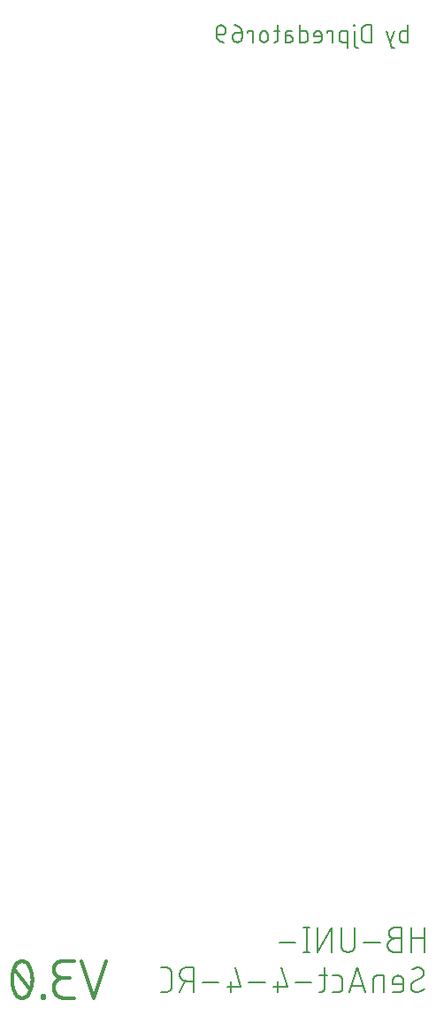
<source format=gbr>
G04 EAGLE Gerber RS-274X export*
G75*
%MOMM*%
%FSLAX34Y34*%
%LPD*%
%INSilkscreen Bottom*%
%IPPOS*%
%AMOC8*
5,1,8,0,0,1.08239X$1,22.5*%
G01*
%ADD10C,0.152400*%
%ADD11C,0.203200*%
%ADD12C,0.304800*%


D10*
X481838Y950468D02*
X481838Y934212D01*
X477322Y934212D01*
X477218Y934214D01*
X477115Y934220D01*
X477011Y934230D01*
X476908Y934244D01*
X476806Y934262D01*
X476705Y934283D01*
X476604Y934309D01*
X476505Y934338D01*
X476406Y934371D01*
X476309Y934408D01*
X476214Y934449D01*
X476120Y934493D01*
X476028Y934541D01*
X475938Y934592D01*
X475849Y934647D01*
X475763Y934705D01*
X475680Y934767D01*
X475598Y934831D01*
X475520Y934899D01*
X475444Y934969D01*
X475370Y935042D01*
X475300Y935119D01*
X475232Y935197D01*
X475168Y935279D01*
X475106Y935362D01*
X475048Y935448D01*
X474993Y935537D01*
X474942Y935627D01*
X474894Y935719D01*
X474850Y935813D01*
X474809Y935908D01*
X474772Y936005D01*
X474739Y936104D01*
X474710Y936203D01*
X474684Y936304D01*
X474663Y936405D01*
X474645Y936507D01*
X474631Y936610D01*
X474621Y936714D01*
X474615Y936817D01*
X474613Y936921D01*
X474613Y942340D01*
X474615Y942441D01*
X474621Y942542D01*
X474630Y942643D01*
X474643Y942744D01*
X474660Y942844D01*
X474681Y942943D01*
X474705Y943041D01*
X474733Y943138D01*
X474765Y943235D01*
X474800Y943330D01*
X474839Y943423D01*
X474881Y943515D01*
X474927Y943606D01*
X474976Y943695D01*
X475028Y943781D01*
X475084Y943866D01*
X475142Y943949D01*
X475204Y944029D01*
X475269Y944107D01*
X475336Y944183D01*
X475406Y944256D01*
X475479Y944326D01*
X475555Y944393D01*
X475633Y944458D01*
X475713Y944520D01*
X475796Y944578D01*
X475881Y944634D01*
X475968Y944686D01*
X476056Y944735D01*
X476147Y944781D01*
X476239Y944823D01*
X476332Y944862D01*
X476427Y944897D01*
X476524Y944929D01*
X476621Y944957D01*
X476719Y944981D01*
X476818Y945002D01*
X476918Y945019D01*
X477019Y945032D01*
X477120Y945041D01*
X477221Y945047D01*
X477322Y945049D01*
X481838Y945049D01*
X468885Y928793D02*
X467079Y928793D01*
X461660Y945049D01*
X468885Y945049D02*
X465273Y934212D01*
X446863Y934212D02*
X446863Y950468D01*
X442347Y950468D01*
X442216Y950466D01*
X442084Y950460D01*
X441953Y950451D01*
X441823Y950437D01*
X441692Y950420D01*
X441563Y950399D01*
X441434Y950375D01*
X441306Y950346D01*
X441178Y950314D01*
X441052Y950278D01*
X440927Y950239D01*
X440802Y950196D01*
X440680Y950149D01*
X440558Y950099D01*
X440438Y950045D01*
X440320Y949988D01*
X440204Y949927D01*
X440089Y949863D01*
X439976Y949796D01*
X439865Y949725D01*
X439757Y949651D01*
X439650Y949574D01*
X439546Y949494D01*
X439444Y949411D01*
X439345Y949326D01*
X439248Y949237D01*
X439154Y949145D01*
X439062Y949051D01*
X438973Y948954D01*
X438888Y948855D01*
X438805Y948753D01*
X438725Y948649D01*
X438648Y948542D01*
X438574Y948434D01*
X438503Y948323D01*
X438436Y948210D01*
X438372Y948095D01*
X438311Y947979D01*
X438254Y947861D01*
X438200Y947741D01*
X438150Y947619D01*
X438103Y947497D01*
X438060Y947372D01*
X438021Y947247D01*
X437985Y947121D01*
X437953Y946993D01*
X437924Y946865D01*
X437900Y946736D01*
X437879Y946607D01*
X437862Y946476D01*
X437848Y946346D01*
X437839Y946215D01*
X437833Y946083D01*
X437831Y945952D01*
X437832Y945952D02*
X437832Y938728D01*
X437831Y938728D02*
X437833Y938597D01*
X437839Y938465D01*
X437848Y938334D01*
X437862Y938204D01*
X437879Y938073D01*
X437900Y937944D01*
X437924Y937815D01*
X437953Y937687D01*
X437985Y937559D01*
X438021Y937433D01*
X438060Y937308D01*
X438103Y937183D01*
X438150Y937061D01*
X438200Y936939D01*
X438254Y936819D01*
X438311Y936701D01*
X438372Y936585D01*
X438436Y936470D01*
X438503Y936357D01*
X438574Y936246D01*
X438648Y936138D01*
X438725Y936031D01*
X438805Y935927D01*
X438888Y935825D01*
X438973Y935726D01*
X439062Y935629D01*
X439154Y935535D01*
X439248Y935443D01*
X439345Y935354D01*
X439444Y935269D01*
X439546Y935186D01*
X439650Y935106D01*
X439757Y935029D01*
X439865Y934955D01*
X439976Y934884D01*
X440089Y934817D01*
X440204Y934753D01*
X440320Y934692D01*
X440438Y934635D01*
X440558Y934581D01*
X440680Y934531D01*
X440802Y934484D01*
X440927Y934441D01*
X441052Y934402D01*
X441178Y934366D01*
X441306Y934334D01*
X441434Y934305D01*
X441563Y934281D01*
X441692Y934260D01*
X441823Y934243D01*
X441953Y934229D01*
X442084Y934220D01*
X442216Y934214D01*
X442347Y934212D01*
X446863Y934212D01*
X431127Y931503D02*
X431127Y945049D01*
X431128Y931503D02*
X431130Y931402D01*
X431136Y931301D01*
X431145Y931200D01*
X431158Y931099D01*
X431175Y930999D01*
X431196Y930900D01*
X431220Y930802D01*
X431248Y930705D01*
X431280Y930608D01*
X431315Y930513D01*
X431354Y930420D01*
X431396Y930328D01*
X431442Y930237D01*
X431491Y930149D01*
X431543Y930062D01*
X431599Y929977D01*
X431657Y929894D01*
X431719Y929814D01*
X431784Y929736D01*
X431851Y929660D01*
X431921Y929587D01*
X431994Y929517D01*
X432070Y929450D01*
X432148Y929385D01*
X432228Y929323D01*
X432311Y929265D01*
X432396Y929209D01*
X432483Y929157D01*
X432571Y929108D01*
X432662Y929062D01*
X432754Y929020D01*
X432847Y928981D01*
X432942Y928946D01*
X433039Y928914D01*
X433136Y928886D01*
X433234Y928862D01*
X433333Y928841D01*
X433433Y928824D01*
X433534Y928811D01*
X433635Y928802D01*
X433736Y928796D01*
X433837Y928794D01*
X433837Y928793D02*
X434740Y928793D01*
X431579Y949565D02*
X431579Y950468D01*
X430676Y950468D01*
X430676Y949565D01*
X431579Y949565D01*
X424003Y945049D02*
X424003Y928793D01*
X424003Y945049D02*
X419487Y945049D01*
X419383Y945047D01*
X419280Y945041D01*
X419176Y945031D01*
X419073Y945017D01*
X418971Y944999D01*
X418870Y944978D01*
X418769Y944952D01*
X418670Y944923D01*
X418571Y944890D01*
X418474Y944853D01*
X418379Y944812D01*
X418285Y944768D01*
X418193Y944720D01*
X418103Y944669D01*
X418014Y944614D01*
X417928Y944556D01*
X417845Y944494D01*
X417763Y944430D01*
X417685Y944362D01*
X417609Y944292D01*
X417535Y944219D01*
X417465Y944142D01*
X417397Y944064D01*
X417333Y943982D01*
X417271Y943899D01*
X417213Y943813D01*
X417158Y943724D01*
X417107Y943634D01*
X417059Y943542D01*
X417015Y943448D01*
X416974Y943353D01*
X416937Y943256D01*
X416904Y943157D01*
X416875Y943058D01*
X416849Y942957D01*
X416828Y942856D01*
X416810Y942754D01*
X416796Y942651D01*
X416786Y942547D01*
X416780Y942444D01*
X416778Y942340D01*
X416778Y936921D01*
X416780Y936820D01*
X416786Y936719D01*
X416795Y936618D01*
X416808Y936517D01*
X416825Y936417D01*
X416846Y936318D01*
X416870Y936220D01*
X416898Y936123D01*
X416930Y936026D01*
X416965Y935931D01*
X417004Y935838D01*
X417046Y935746D01*
X417092Y935655D01*
X417141Y935566D01*
X417193Y935480D01*
X417249Y935395D01*
X417307Y935312D01*
X417369Y935232D01*
X417434Y935154D01*
X417501Y935078D01*
X417571Y935005D01*
X417644Y934935D01*
X417720Y934868D01*
X417798Y934803D01*
X417878Y934741D01*
X417961Y934683D01*
X418046Y934627D01*
X418133Y934575D01*
X418221Y934526D01*
X418312Y934480D01*
X418404Y934438D01*
X418497Y934399D01*
X418592Y934364D01*
X418689Y934332D01*
X418786Y934304D01*
X418884Y934280D01*
X418983Y934259D01*
X419083Y934242D01*
X419184Y934229D01*
X419285Y934220D01*
X419386Y934214D01*
X419487Y934212D01*
X424003Y934212D01*
X409923Y934212D02*
X409923Y945049D01*
X404504Y945049D01*
X404504Y943243D01*
X396878Y934212D02*
X392362Y934212D01*
X396878Y934212D02*
X396979Y934214D01*
X397080Y934220D01*
X397181Y934229D01*
X397282Y934242D01*
X397382Y934259D01*
X397481Y934280D01*
X397579Y934304D01*
X397676Y934332D01*
X397773Y934364D01*
X397868Y934399D01*
X397961Y934438D01*
X398053Y934480D01*
X398144Y934526D01*
X398233Y934575D01*
X398319Y934627D01*
X398404Y934683D01*
X398487Y934741D01*
X398567Y934803D01*
X398645Y934868D01*
X398721Y934935D01*
X398794Y935005D01*
X398864Y935078D01*
X398931Y935154D01*
X398996Y935232D01*
X399058Y935312D01*
X399116Y935395D01*
X399172Y935480D01*
X399224Y935567D01*
X399273Y935655D01*
X399319Y935746D01*
X399361Y935838D01*
X399400Y935931D01*
X399435Y936026D01*
X399467Y936123D01*
X399495Y936220D01*
X399519Y936318D01*
X399540Y936417D01*
X399557Y936517D01*
X399570Y936618D01*
X399579Y936719D01*
X399585Y936820D01*
X399587Y936921D01*
X399587Y941437D01*
X399586Y941437D02*
X399584Y941556D01*
X399578Y941676D01*
X399568Y941795D01*
X399554Y941913D01*
X399537Y942032D01*
X399515Y942149D01*
X399490Y942266D01*
X399460Y942381D01*
X399427Y942496D01*
X399390Y942610D01*
X399350Y942722D01*
X399305Y942833D01*
X399257Y942942D01*
X399206Y943050D01*
X399151Y943156D01*
X399092Y943260D01*
X399030Y943362D01*
X398965Y943462D01*
X398896Y943560D01*
X398824Y943656D01*
X398749Y943749D01*
X398672Y943839D01*
X398591Y943927D01*
X398507Y944012D01*
X398420Y944094D01*
X398331Y944174D01*
X398239Y944250D01*
X398145Y944324D01*
X398048Y944394D01*
X397950Y944461D01*
X397849Y944525D01*
X397745Y944585D01*
X397640Y944642D01*
X397533Y944695D01*
X397425Y944745D01*
X397315Y944791D01*
X397203Y944833D01*
X397090Y944872D01*
X396976Y944907D01*
X396861Y944938D01*
X396744Y944966D01*
X396627Y944989D01*
X396510Y945009D01*
X396391Y945025D01*
X396272Y945037D01*
X396153Y945045D01*
X396034Y945049D01*
X395914Y945049D01*
X395795Y945045D01*
X395676Y945037D01*
X395557Y945025D01*
X395438Y945009D01*
X395321Y944989D01*
X395204Y944966D01*
X395087Y944938D01*
X394972Y944907D01*
X394858Y944872D01*
X394745Y944833D01*
X394633Y944791D01*
X394523Y944745D01*
X394415Y944695D01*
X394308Y944642D01*
X394203Y944585D01*
X394099Y944525D01*
X393998Y944461D01*
X393900Y944394D01*
X393803Y944324D01*
X393709Y944250D01*
X393617Y944174D01*
X393528Y944094D01*
X393441Y944012D01*
X393357Y943927D01*
X393276Y943839D01*
X393199Y943749D01*
X393124Y943656D01*
X393052Y943560D01*
X392983Y943462D01*
X392918Y943362D01*
X392856Y943260D01*
X392797Y943156D01*
X392742Y943050D01*
X392691Y942942D01*
X392643Y942833D01*
X392598Y942722D01*
X392558Y942610D01*
X392521Y942496D01*
X392488Y942381D01*
X392458Y942266D01*
X392433Y942149D01*
X392411Y942032D01*
X392394Y941913D01*
X392380Y941795D01*
X392370Y941676D01*
X392364Y941556D01*
X392362Y941437D01*
X392362Y939631D01*
X399587Y939631D01*
X378888Y934212D02*
X378888Y950468D01*
X378888Y934212D02*
X383404Y934212D01*
X383505Y934214D01*
X383606Y934220D01*
X383707Y934229D01*
X383808Y934242D01*
X383908Y934259D01*
X384007Y934280D01*
X384105Y934304D01*
X384202Y934332D01*
X384299Y934364D01*
X384394Y934399D01*
X384487Y934438D01*
X384579Y934480D01*
X384670Y934526D01*
X384759Y934575D01*
X384845Y934627D01*
X384930Y934683D01*
X385013Y934741D01*
X385093Y934803D01*
X385171Y934868D01*
X385247Y934935D01*
X385320Y935005D01*
X385390Y935078D01*
X385457Y935154D01*
X385522Y935232D01*
X385584Y935312D01*
X385642Y935395D01*
X385698Y935480D01*
X385750Y935567D01*
X385799Y935655D01*
X385845Y935746D01*
X385887Y935838D01*
X385926Y935931D01*
X385961Y936026D01*
X385993Y936123D01*
X386021Y936220D01*
X386045Y936318D01*
X386066Y936417D01*
X386083Y936517D01*
X386096Y936618D01*
X386105Y936719D01*
X386111Y936820D01*
X386113Y936921D01*
X386113Y942340D01*
X386111Y942441D01*
X386105Y942542D01*
X386096Y942643D01*
X386083Y942744D01*
X386066Y942844D01*
X386045Y942943D01*
X386021Y943041D01*
X385993Y943138D01*
X385961Y943235D01*
X385926Y943330D01*
X385887Y943423D01*
X385845Y943515D01*
X385799Y943606D01*
X385750Y943695D01*
X385698Y943781D01*
X385642Y943866D01*
X385584Y943949D01*
X385522Y944029D01*
X385457Y944107D01*
X385390Y944183D01*
X385320Y944256D01*
X385247Y944326D01*
X385171Y944393D01*
X385093Y944458D01*
X385013Y944520D01*
X384930Y944578D01*
X384845Y944634D01*
X384759Y944686D01*
X384670Y944735D01*
X384579Y944781D01*
X384487Y944823D01*
X384394Y944862D01*
X384299Y944897D01*
X384202Y944929D01*
X384105Y944957D01*
X384007Y944981D01*
X383908Y945002D01*
X383808Y945019D01*
X383707Y945032D01*
X383606Y945041D01*
X383505Y945047D01*
X383404Y945049D01*
X378888Y945049D01*
X368884Y940534D02*
X364820Y940534D01*
X368884Y940534D02*
X368996Y940532D01*
X369107Y940526D01*
X369218Y940516D01*
X369329Y940503D01*
X369439Y940485D01*
X369548Y940463D01*
X369657Y940438D01*
X369765Y940409D01*
X369871Y940376D01*
X369977Y940339D01*
X370081Y940299D01*
X370183Y940255D01*
X370284Y940207D01*
X370383Y940156D01*
X370481Y940101D01*
X370576Y940043D01*
X370669Y939982D01*
X370760Y939917D01*
X370849Y939849D01*
X370935Y939778D01*
X371018Y939705D01*
X371099Y939628D01*
X371178Y939548D01*
X371253Y939466D01*
X371325Y939381D01*
X371395Y939294D01*
X371461Y939204D01*
X371524Y939112D01*
X371584Y939017D01*
X371640Y938921D01*
X371693Y938823D01*
X371742Y938723D01*
X371788Y938621D01*
X371830Y938518D01*
X371869Y938413D01*
X371904Y938307D01*
X371935Y938200D01*
X371962Y938092D01*
X371986Y937983D01*
X372005Y937873D01*
X372021Y937763D01*
X372033Y937652D01*
X372041Y937540D01*
X372045Y937429D01*
X372045Y937317D01*
X372041Y937206D01*
X372033Y937094D01*
X372021Y936983D01*
X372005Y936873D01*
X371986Y936763D01*
X371962Y936654D01*
X371935Y936546D01*
X371904Y936439D01*
X371869Y936333D01*
X371830Y936228D01*
X371788Y936125D01*
X371742Y936023D01*
X371693Y935923D01*
X371640Y935825D01*
X371584Y935729D01*
X371524Y935634D01*
X371461Y935542D01*
X371395Y935452D01*
X371325Y935365D01*
X371253Y935280D01*
X371178Y935198D01*
X371099Y935118D01*
X371018Y935041D01*
X370935Y934968D01*
X370849Y934897D01*
X370760Y934829D01*
X370669Y934764D01*
X370576Y934703D01*
X370481Y934645D01*
X370383Y934590D01*
X370284Y934539D01*
X370183Y934491D01*
X370081Y934447D01*
X369977Y934407D01*
X369871Y934370D01*
X369765Y934337D01*
X369657Y934308D01*
X369548Y934283D01*
X369439Y934261D01*
X369329Y934243D01*
X369218Y934230D01*
X369107Y934220D01*
X368996Y934214D01*
X368884Y934212D01*
X364820Y934212D01*
X364820Y942340D01*
X364822Y942441D01*
X364828Y942542D01*
X364837Y942643D01*
X364850Y942744D01*
X364867Y942844D01*
X364888Y942943D01*
X364912Y943041D01*
X364940Y943138D01*
X364972Y943235D01*
X365007Y943330D01*
X365046Y943423D01*
X365088Y943515D01*
X365134Y943606D01*
X365183Y943695D01*
X365235Y943781D01*
X365291Y943866D01*
X365349Y943949D01*
X365411Y944029D01*
X365476Y944107D01*
X365543Y944183D01*
X365613Y944256D01*
X365686Y944326D01*
X365762Y944393D01*
X365840Y944458D01*
X365920Y944520D01*
X366003Y944578D01*
X366088Y944634D01*
X366175Y944686D01*
X366263Y944735D01*
X366354Y944781D01*
X366446Y944823D01*
X366539Y944862D01*
X366634Y944897D01*
X366731Y944929D01*
X366828Y944957D01*
X366926Y944981D01*
X367025Y945002D01*
X367125Y945019D01*
X367226Y945032D01*
X367327Y945041D01*
X367428Y945047D01*
X367529Y945049D01*
X371142Y945049D01*
X359201Y945049D02*
X353782Y945049D01*
X357395Y950468D02*
X357395Y936921D01*
X357394Y936921D02*
X357392Y936820D01*
X357386Y936719D01*
X357377Y936618D01*
X357364Y936517D01*
X357347Y936417D01*
X357326Y936318D01*
X357302Y936220D01*
X357274Y936123D01*
X357242Y936026D01*
X357207Y935931D01*
X357168Y935838D01*
X357126Y935746D01*
X357080Y935655D01*
X357031Y935567D01*
X356979Y935480D01*
X356923Y935395D01*
X356865Y935312D01*
X356803Y935232D01*
X356738Y935154D01*
X356671Y935078D01*
X356601Y935005D01*
X356528Y934935D01*
X356452Y934868D01*
X356374Y934803D01*
X356294Y934741D01*
X356211Y934683D01*
X356126Y934627D01*
X356040Y934575D01*
X355951Y934526D01*
X355860Y934480D01*
X355768Y934438D01*
X355675Y934399D01*
X355580Y934364D01*
X355483Y934332D01*
X355386Y934304D01*
X355288Y934280D01*
X355189Y934259D01*
X355089Y934242D01*
X354988Y934229D01*
X354887Y934220D01*
X354786Y934214D01*
X354685Y934212D01*
X353782Y934212D01*
X348004Y937824D02*
X348004Y941437D01*
X348003Y941437D02*
X348001Y941556D01*
X347995Y941676D01*
X347985Y941795D01*
X347971Y941913D01*
X347954Y942032D01*
X347932Y942149D01*
X347907Y942266D01*
X347877Y942381D01*
X347844Y942496D01*
X347807Y942610D01*
X347767Y942722D01*
X347722Y942833D01*
X347674Y942942D01*
X347623Y943050D01*
X347568Y943156D01*
X347509Y943260D01*
X347447Y943362D01*
X347382Y943462D01*
X347313Y943560D01*
X347241Y943656D01*
X347166Y943749D01*
X347089Y943839D01*
X347008Y943927D01*
X346924Y944012D01*
X346837Y944094D01*
X346748Y944174D01*
X346656Y944250D01*
X346562Y944324D01*
X346465Y944394D01*
X346367Y944461D01*
X346266Y944525D01*
X346162Y944585D01*
X346057Y944642D01*
X345950Y944695D01*
X345842Y944745D01*
X345732Y944791D01*
X345620Y944833D01*
X345507Y944872D01*
X345393Y944907D01*
X345278Y944938D01*
X345161Y944966D01*
X345044Y944989D01*
X344927Y945009D01*
X344808Y945025D01*
X344689Y945037D01*
X344570Y945045D01*
X344451Y945049D01*
X344331Y945049D01*
X344212Y945045D01*
X344093Y945037D01*
X343974Y945025D01*
X343855Y945009D01*
X343738Y944989D01*
X343621Y944966D01*
X343504Y944938D01*
X343389Y944907D01*
X343275Y944872D01*
X343162Y944833D01*
X343050Y944791D01*
X342940Y944745D01*
X342832Y944695D01*
X342725Y944642D01*
X342620Y944585D01*
X342516Y944525D01*
X342415Y944461D01*
X342317Y944394D01*
X342220Y944324D01*
X342126Y944250D01*
X342034Y944174D01*
X341945Y944094D01*
X341858Y944012D01*
X341774Y943927D01*
X341693Y943839D01*
X341616Y943749D01*
X341541Y943656D01*
X341469Y943560D01*
X341400Y943462D01*
X341335Y943362D01*
X341273Y943260D01*
X341214Y943156D01*
X341159Y943050D01*
X341108Y942942D01*
X341060Y942833D01*
X341015Y942722D01*
X340975Y942610D01*
X340938Y942496D01*
X340905Y942381D01*
X340875Y942266D01*
X340850Y942149D01*
X340828Y942032D01*
X340811Y941913D01*
X340797Y941795D01*
X340787Y941676D01*
X340781Y941556D01*
X340779Y941437D01*
X340779Y937824D01*
X340781Y937705D01*
X340787Y937585D01*
X340797Y937466D01*
X340811Y937348D01*
X340828Y937229D01*
X340850Y937112D01*
X340875Y936995D01*
X340905Y936880D01*
X340938Y936765D01*
X340975Y936651D01*
X341015Y936539D01*
X341060Y936428D01*
X341108Y936319D01*
X341159Y936211D01*
X341214Y936105D01*
X341273Y936001D01*
X341335Y935899D01*
X341400Y935799D01*
X341469Y935701D01*
X341541Y935605D01*
X341616Y935512D01*
X341693Y935422D01*
X341774Y935334D01*
X341858Y935249D01*
X341945Y935167D01*
X342034Y935087D01*
X342126Y935011D01*
X342220Y934937D01*
X342317Y934867D01*
X342415Y934800D01*
X342516Y934736D01*
X342620Y934676D01*
X342725Y934619D01*
X342832Y934566D01*
X342940Y934516D01*
X343050Y934470D01*
X343162Y934428D01*
X343275Y934389D01*
X343389Y934354D01*
X343504Y934323D01*
X343621Y934295D01*
X343738Y934272D01*
X343855Y934252D01*
X343974Y934236D01*
X344093Y934224D01*
X344212Y934216D01*
X344331Y934212D01*
X344451Y934212D01*
X344570Y934216D01*
X344689Y934224D01*
X344808Y934236D01*
X344927Y934252D01*
X345044Y934272D01*
X345161Y934295D01*
X345278Y934323D01*
X345393Y934354D01*
X345507Y934389D01*
X345620Y934428D01*
X345732Y934470D01*
X345842Y934516D01*
X345950Y934566D01*
X346057Y934619D01*
X346162Y934676D01*
X346266Y934736D01*
X346367Y934800D01*
X346465Y934867D01*
X346562Y934937D01*
X346656Y935011D01*
X346748Y935087D01*
X346837Y935167D01*
X346924Y935249D01*
X347008Y935334D01*
X347089Y935422D01*
X347166Y935512D01*
X347241Y935605D01*
X347313Y935701D01*
X347382Y935799D01*
X347447Y935899D01*
X347509Y936001D01*
X347568Y936105D01*
X347623Y936211D01*
X347674Y936319D01*
X347722Y936428D01*
X347767Y936539D01*
X347807Y936651D01*
X347844Y936765D01*
X347877Y936880D01*
X347907Y936995D01*
X347932Y937112D01*
X347954Y937229D01*
X347971Y937348D01*
X347985Y937466D01*
X347995Y937585D01*
X348001Y937705D01*
X348003Y937824D01*
X333851Y934212D02*
X333851Y945049D01*
X328432Y945049D01*
X328432Y943243D01*
X323376Y943243D02*
X317957Y943243D01*
X317839Y943241D01*
X317721Y943235D01*
X317603Y943226D01*
X317486Y943212D01*
X317369Y943195D01*
X317252Y943174D01*
X317137Y943149D01*
X317022Y943120D01*
X316908Y943087D01*
X316796Y943051D01*
X316685Y943011D01*
X316575Y942968D01*
X316466Y942921D01*
X316359Y942871D01*
X316254Y942816D01*
X316151Y942759D01*
X316050Y942698D01*
X315950Y942634D01*
X315853Y942567D01*
X315758Y942497D01*
X315666Y942423D01*
X315575Y942347D01*
X315488Y942267D01*
X315403Y942185D01*
X315321Y942100D01*
X315241Y942013D01*
X315165Y941922D01*
X315091Y941830D01*
X315021Y941735D01*
X314954Y941638D01*
X314890Y941538D01*
X314829Y941437D01*
X314772Y941334D01*
X314717Y941229D01*
X314667Y941122D01*
X314620Y941013D01*
X314577Y940903D01*
X314537Y940792D01*
X314501Y940680D01*
X314468Y940566D01*
X314439Y940451D01*
X314414Y940336D01*
X314393Y940219D01*
X314376Y940102D01*
X314362Y939985D01*
X314353Y939867D01*
X314347Y939749D01*
X314345Y939631D01*
X314345Y938728D01*
X314344Y938728D02*
X314346Y938595D01*
X314352Y938463D01*
X314362Y938331D01*
X314375Y938199D01*
X314393Y938067D01*
X314414Y937937D01*
X314439Y937806D01*
X314468Y937677D01*
X314501Y937549D01*
X314537Y937421D01*
X314577Y937295D01*
X314621Y937170D01*
X314669Y937046D01*
X314720Y936924D01*
X314775Y936803D01*
X314833Y936684D01*
X314895Y936566D01*
X314960Y936451D01*
X315029Y936337D01*
X315100Y936226D01*
X315176Y936117D01*
X315254Y936010D01*
X315335Y935905D01*
X315420Y935803D01*
X315507Y935703D01*
X315597Y935606D01*
X315690Y935511D01*
X315786Y935420D01*
X315884Y935331D01*
X315985Y935245D01*
X316089Y935162D01*
X316195Y935082D01*
X316303Y935006D01*
X316413Y934932D01*
X316526Y934862D01*
X316640Y934795D01*
X316757Y934732D01*
X316875Y934672D01*
X316995Y934615D01*
X317117Y934562D01*
X317240Y934513D01*
X317364Y934467D01*
X317490Y934425D01*
X317617Y934387D01*
X317745Y934352D01*
X317874Y934321D01*
X318003Y934294D01*
X318134Y934271D01*
X318265Y934251D01*
X318397Y934236D01*
X318529Y934224D01*
X318661Y934216D01*
X318794Y934212D01*
X318926Y934212D01*
X319059Y934216D01*
X319191Y934224D01*
X319323Y934236D01*
X319455Y934251D01*
X319586Y934271D01*
X319717Y934294D01*
X319846Y934321D01*
X319975Y934352D01*
X320103Y934387D01*
X320230Y934425D01*
X320356Y934467D01*
X320480Y934513D01*
X320603Y934562D01*
X320725Y934615D01*
X320845Y934672D01*
X320963Y934732D01*
X321080Y934795D01*
X321194Y934862D01*
X321307Y934932D01*
X321417Y935006D01*
X321525Y935082D01*
X321631Y935162D01*
X321735Y935245D01*
X321836Y935331D01*
X321934Y935420D01*
X322030Y935511D01*
X322123Y935606D01*
X322213Y935703D01*
X322300Y935803D01*
X322385Y935905D01*
X322466Y936010D01*
X322544Y936117D01*
X322620Y936226D01*
X322691Y936337D01*
X322760Y936451D01*
X322825Y936566D01*
X322887Y936684D01*
X322945Y936803D01*
X323000Y936924D01*
X323051Y937046D01*
X323099Y937170D01*
X323143Y937295D01*
X323183Y937421D01*
X323219Y937549D01*
X323252Y937677D01*
X323281Y937806D01*
X323306Y937937D01*
X323327Y938067D01*
X323345Y938199D01*
X323358Y938331D01*
X323368Y938463D01*
X323374Y938595D01*
X323376Y938728D01*
X323376Y943243D01*
X323374Y943418D01*
X323368Y943592D01*
X323357Y943766D01*
X323342Y943940D01*
X323323Y944114D01*
X323300Y944287D01*
X323273Y944459D01*
X323241Y944631D01*
X323206Y944802D01*
X323166Y944972D01*
X323122Y945141D01*
X323074Y945309D01*
X323022Y945476D01*
X322966Y945641D01*
X322906Y945805D01*
X322843Y945968D01*
X322775Y946128D01*
X322703Y946288D01*
X322628Y946445D01*
X322548Y946601D01*
X322465Y946754D01*
X322379Y946906D01*
X322288Y947055D01*
X322194Y947202D01*
X322097Y947347D01*
X321996Y947490D01*
X321892Y947630D01*
X321784Y947767D01*
X321673Y947902D01*
X321559Y948034D01*
X321442Y948163D01*
X321321Y948290D01*
X321198Y948413D01*
X321071Y948534D01*
X320942Y948651D01*
X320810Y948765D01*
X320675Y948876D01*
X320538Y948984D01*
X320398Y949088D01*
X320255Y949189D01*
X320110Y949286D01*
X319963Y949380D01*
X319814Y949471D01*
X319662Y949557D01*
X319509Y949640D01*
X319353Y949720D01*
X319196Y949795D01*
X319036Y949867D01*
X318876Y949935D01*
X318713Y949998D01*
X318549Y950058D01*
X318384Y950114D01*
X318217Y950166D01*
X318049Y950214D01*
X317880Y950258D01*
X317710Y950298D01*
X317539Y950333D01*
X317367Y950365D01*
X317195Y950392D01*
X317022Y950415D01*
X316848Y950434D01*
X316674Y950449D01*
X316500Y950460D01*
X316326Y950466D01*
X316151Y950468D01*
X304132Y941437D02*
X298714Y941437D01*
X304132Y941437D02*
X304250Y941439D01*
X304368Y941445D01*
X304486Y941454D01*
X304603Y941468D01*
X304720Y941485D01*
X304837Y941506D01*
X304952Y941531D01*
X305067Y941560D01*
X305181Y941593D01*
X305293Y941629D01*
X305404Y941669D01*
X305514Y941712D01*
X305623Y941759D01*
X305730Y941809D01*
X305835Y941864D01*
X305938Y941921D01*
X306039Y941982D01*
X306139Y942046D01*
X306236Y942113D01*
X306331Y942183D01*
X306423Y942257D01*
X306514Y942333D01*
X306601Y942413D01*
X306686Y942495D01*
X306768Y942580D01*
X306848Y942667D01*
X306924Y942758D01*
X306998Y942850D01*
X307068Y942945D01*
X307135Y943042D01*
X307199Y943142D01*
X307260Y943243D01*
X307317Y943346D01*
X307372Y943451D01*
X307422Y943558D01*
X307469Y943667D01*
X307512Y943777D01*
X307552Y943888D01*
X307588Y944000D01*
X307621Y944114D01*
X307650Y944229D01*
X307675Y944344D01*
X307696Y944461D01*
X307713Y944578D01*
X307727Y944695D01*
X307736Y944813D01*
X307742Y944931D01*
X307744Y945049D01*
X307745Y945049D02*
X307745Y945952D01*
X307743Y946085D01*
X307737Y946217D01*
X307727Y946349D01*
X307714Y946481D01*
X307696Y946613D01*
X307675Y946743D01*
X307650Y946874D01*
X307621Y947003D01*
X307588Y947131D01*
X307552Y947259D01*
X307512Y947385D01*
X307468Y947510D01*
X307420Y947634D01*
X307369Y947756D01*
X307314Y947877D01*
X307256Y947996D01*
X307194Y948114D01*
X307129Y948229D01*
X307060Y948343D01*
X306989Y948454D01*
X306913Y948563D01*
X306835Y948670D01*
X306754Y948775D01*
X306669Y948877D01*
X306582Y948977D01*
X306492Y949074D01*
X306399Y949169D01*
X306303Y949260D01*
X306205Y949349D01*
X306104Y949435D01*
X306000Y949518D01*
X305894Y949598D01*
X305786Y949674D01*
X305676Y949748D01*
X305563Y949818D01*
X305449Y949885D01*
X305332Y949948D01*
X305214Y950008D01*
X305094Y950065D01*
X304972Y950118D01*
X304849Y950167D01*
X304725Y950213D01*
X304599Y950255D01*
X304472Y950293D01*
X304344Y950328D01*
X304215Y950359D01*
X304086Y950386D01*
X303955Y950409D01*
X303824Y950429D01*
X303692Y950444D01*
X303560Y950456D01*
X303428Y950464D01*
X303295Y950468D01*
X303163Y950468D01*
X303030Y950464D01*
X302898Y950456D01*
X302766Y950444D01*
X302634Y950429D01*
X302503Y950409D01*
X302372Y950386D01*
X302243Y950359D01*
X302114Y950328D01*
X301986Y950293D01*
X301859Y950255D01*
X301733Y950213D01*
X301609Y950167D01*
X301486Y950118D01*
X301364Y950065D01*
X301244Y950008D01*
X301126Y949948D01*
X301009Y949885D01*
X300895Y949818D01*
X300782Y949748D01*
X300672Y949674D01*
X300564Y949598D01*
X300458Y949518D01*
X300354Y949435D01*
X300253Y949349D01*
X300155Y949260D01*
X300059Y949169D01*
X299966Y949074D01*
X299876Y948977D01*
X299789Y948877D01*
X299704Y948775D01*
X299623Y948670D01*
X299545Y948563D01*
X299469Y948454D01*
X299398Y948343D01*
X299329Y948229D01*
X299264Y948114D01*
X299202Y947996D01*
X299144Y947877D01*
X299089Y947756D01*
X299038Y947634D01*
X298990Y947510D01*
X298946Y947385D01*
X298906Y947259D01*
X298870Y947131D01*
X298837Y947003D01*
X298808Y946874D01*
X298783Y946743D01*
X298762Y946613D01*
X298744Y946481D01*
X298731Y946349D01*
X298721Y946217D01*
X298715Y946085D01*
X298713Y945952D01*
X298714Y945952D02*
X298714Y941437D01*
X298716Y941262D01*
X298722Y941088D01*
X298733Y940914D01*
X298748Y940740D01*
X298767Y940566D01*
X298790Y940393D01*
X298817Y940221D01*
X298849Y940049D01*
X298884Y939878D01*
X298924Y939708D01*
X298968Y939539D01*
X299016Y939371D01*
X299068Y939204D01*
X299124Y939039D01*
X299184Y938875D01*
X299247Y938712D01*
X299315Y938552D01*
X299387Y938392D01*
X299462Y938235D01*
X299542Y938079D01*
X299625Y937926D01*
X299711Y937774D01*
X299802Y937625D01*
X299896Y937478D01*
X299993Y937333D01*
X300094Y937190D01*
X300198Y937050D01*
X300306Y936913D01*
X300417Y936778D01*
X300531Y936646D01*
X300648Y936517D01*
X300769Y936390D01*
X300892Y936267D01*
X301019Y936146D01*
X301148Y936029D01*
X301280Y935915D01*
X301415Y935804D01*
X301552Y935696D01*
X301692Y935592D01*
X301835Y935491D01*
X301980Y935394D01*
X302127Y935300D01*
X302276Y935209D01*
X302428Y935123D01*
X302581Y935040D01*
X302737Y934960D01*
X302894Y934885D01*
X303054Y934813D01*
X303214Y934745D01*
X303377Y934682D01*
X303541Y934622D01*
X303706Y934566D01*
X303873Y934514D01*
X304041Y934466D01*
X304210Y934422D01*
X304380Y934382D01*
X304551Y934347D01*
X304723Y934315D01*
X304895Y934288D01*
X305068Y934265D01*
X305242Y934246D01*
X305416Y934231D01*
X305590Y934220D01*
X305764Y934214D01*
X305939Y934212D01*
D11*
X498047Y87884D02*
X498047Y64516D01*
X498047Y77498D02*
X485065Y77498D01*
X485065Y87884D02*
X485065Y64516D01*
X475629Y77498D02*
X469137Y77498D01*
X468978Y77496D01*
X468819Y77490D01*
X468659Y77480D01*
X468501Y77467D01*
X468342Y77449D01*
X468185Y77428D01*
X468027Y77402D01*
X467871Y77373D01*
X467715Y77340D01*
X467560Y77303D01*
X467406Y77263D01*
X467253Y77218D01*
X467101Y77170D01*
X466950Y77119D01*
X466801Y77063D01*
X466653Y77004D01*
X466507Y76941D01*
X466362Y76875D01*
X466219Y76805D01*
X466077Y76732D01*
X465938Y76655D01*
X465800Y76575D01*
X465664Y76491D01*
X465531Y76404D01*
X465399Y76314D01*
X465270Y76221D01*
X465144Y76124D01*
X465019Y76025D01*
X464897Y75922D01*
X464778Y75817D01*
X464661Y75708D01*
X464547Y75597D01*
X464436Y75483D01*
X464327Y75366D01*
X464222Y75247D01*
X464119Y75125D01*
X464020Y75000D01*
X463923Y74874D01*
X463830Y74745D01*
X463740Y74613D01*
X463653Y74480D01*
X463569Y74344D01*
X463489Y74206D01*
X463412Y74067D01*
X463339Y73925D01*
X463269Y73782D01*
X463203Y73637D01*
X463140Y73491D01*
X463081Y73343D01*
X463025Y73194D01*
X462974Y73043D01*
X462926Y72891D01*
X462881Y72738D01*
X462841Y72584D01*
X462804Y72429D01*
X462771Y72273D01*
X462742Y72117D01*
X462716Y71959D01*
X462695Y71802D01*
X462677Y71643D01*
X462664Y71485D01*
X462654Y71325D01*
X462648Y71166D01*
X462646Y71007D01*
X462648Y70848D01*
X462654Y70689D01*
X462664Y70529D01*
X462677Y70371D01*
X462695Y70212D01*
X462716Y70055D01*
X462742Y69897D01*
X462771Y69741D01*
X462804Y69585D01*
X462841Y69430D01*
X462881Y69276D01*
X462926Y69123D01*
X462974Y68971D01*
X463025Y68820D01*
X463081Y68671D01*
X463140Y68523D01*
X463203Y68377D01*
X463269Y68232D01*
X463339Y68089D01*
X463412Y67947D01*
X463489Y67808D01*
X463569Y67670D01*
X463653Y67534D01*
X463740Y67401D01*
X463830Y67269D01*
X463923Y67140D01*
X464020Y67014D01*
X464119Y66889D01*
X464222Y66767D01*
X464327Y66648D01*
X464436Y66531D01*
X464547Y66417D01*
X464661Y66306D01*
X464778Y66197D01*
X464897Y66092D01*
X465019Y65989D01*
X465144Y65890D01*
X465270Y65793D01*
X465399Y65700D01*
X465531Y65610D01*
X465664Y65523D01*
X465800Y65439D01*
X465938Y65359D01*
X466077Y65282D01*
X466219Y65209D01*
X466362Y65139D01*
X466507Y65073D01*
X466653Y65010D01*
X466801Y64951D01*
X466950Y64895D01*
X467101Y64844D01*
X467253Y64796D01*
X467406Y64751D01*
X467560Y64711D01*
X467715Y64674D01*
X467871Y64641D01*
X468027Y64612D01*
X468185Y64586D01*
X468342Y64565D01*
X468501Y64547D01*
X468659Y64534D01*
X468819Y64524D01*
X468978Y64518D01*
X469137Y64516D01*
X475629Y64516D01*
X475629Y87884D01*
X469137Y87884D01*
X468994Y87882D01*
X468851Y87876D01*
X468708Y87866D01*
X468566Y87852D01*
X468424Y87835D01*
X468282Y87813D01*
X468141Y87788D01*
X468001Y87758D01*
X467862Y87725D01*
X467724Y87688D01*
X467587Y87647D01*
X467451Y87603D01*
X467316Y87554D01*
X467183Y87502D01*
X467051Y87447D01*
X466921Y87387D01*
X466792Y87324D01*
X466665Y87258D01*
X466541Y87188D01*
X466418Y87115D01*
X466297Y87038D01*
X466178Y86958D01*
X466062Y86875D01*
X465947Y86789D01*
X465836Y86700D01*
X465726Y86607D01*
X465620Y86512D01*
X465516Y86413D01*
X465415Y86312D01*
X465316Y86208D01*
X465221Y86102D01*
X465128Y85992D01*
X465039Y85881D01*
X464953Y85766D01*
X464870Y85650D01*
X464790Y85531D01*
X464713Y85410D01*
X464640Y85288D01*
X464570Y85163D01*
X464504Y85036D01*
X464441Y84907D01*
X464381Y84777D01*
X464326Y84645D01*
X464274Y84512D01*
X464225Y84377D01*
X464181Y84241D01*
X464140Y84104D01*
X464103Y83966D01*
X464070Y83827D01*
X464040Y83687D01*
X464015Y83546D01*
X463993Y83404D01*
X463976Y83262D01*
X463962Y83120D01*
X463952Y82977D01*
X463946Y82834D01*
X463944Y82691D01*
X463946Y82548D01*
X463952Y82405D01*
X463962Y82262D01*
X463976Y82120D01*
X463993Y81978D01*
X464015Y81836D01*
X464040Y81695D01*
X464070Y81555D01*
X464103Y81416D01*
X464140Y81278D01*
X464181Y81141D01*
X464225Y81005D01*
X464274Y80870D01*
X464326Y80737D01*
X464381Y80605D01*
X464441Y80475D01*
X464504Y80346D01*
X464570Y80219D01*
X464640Y80095D01*
X464713Y79972D01*
X464790Y79851D01*
X464870Y79732D01*
X464953Y79616D01*
X465039Y79501D01*
X465128Y79390D01*
X465221Y79280D01*
X465316Y79174D01*
X465415Y79070D01*
X465516Y78969D01*
X465620Y78870D01*
X465726Y78775D01*
X465836Y78682D01*
X465947Y78593D01*
X466062Y78507D01*
X466178Y78424D01*
X466297Y78344D01*
X466418Y78267D01*
X466540Y78194D01*
X466665Y78124D01*
X466792Y78058D01*
X466921Y77995D01*
X467051Y77935D01*
X467183Y77880D01*
X467316Y77828D01*
X467451Y77779D01*
X467587Y77735D01*
X467724Y77694D01*
X467862Y77657D01*
X468001Y77624D01*
X468141Y77594D01*
X468282Y77569D01*
X468424Y77547D01*
X468566Y77530D01*
X468708Y77516D01*
X468851Y77506D01*
X468994Y77500D01*
X469137Y77498D01*
X455500Y73604D02*
X439921Y73604D01*
X431235Y71007D02*
X431235Y87884D01*
X431235Y71007D02*
X431233Y70848D01*
X431227Y70689D01*
X431217Y70529D01*
X431204Y70371D01*
X431186Y70212D01*
X431165Y70055D01*
X431139Y69897D01*
X431110Y69741D01*
X431077Y69585D01*
X431040Y69430D01*
X431000Y69276D01*
X430955Y69123D01*
X430907Y68971D01*
X430856Y68820D01*
X430800Y68671D01*
X430741Y68523D01*
X430678Y68377D01*
X430612Y68232D01*
X430542Y68089D01*
X430469Y67947D01*
X430392Y67808D01*
X430312Y67670D01*
X430228Y67534D01*
X430141Y67401D01*
X430051Y67269D01*
X429958Y67140D01*
X429861Y67014D01*
X429762Y66889D01*
X429659Y66767D01*
X429554Y66648D01*
X429445Y66531D01*
X429334Y66417D01*
X429220Y66306D01*
X429103Y66197D01*
X428984Y66092D01*
X428862Y65989D01*
X428737Y65890D01*
X428611Y65793D01*
X428482Y65700D01*
X428350Y65610D01*
X428217Y65523D01*
X428081Y65439D01*
X427943Y65359D01*
X427804Y65282D01*
X427662Y65209D01*
X427519Y65139D01*
X427374Y65073D01*
X427228Y65010D01*
X427080Y64951D01*
X426931Y64895D01*
X426780Y64844D01*
X426628Y64796D01*
X426475Y64751D01*
X426321Y64711D01*
X426166Y64674D01*
X426010Y64641D01*
X425854Y64612D01*
X425696Y64586D01*
X425539Y64565D01*
X425380Y64547D01*
X425222Y64534D01*
X425062Y64524D01*
X424903Y64518D01*
X424744Y64516D01*
X424585Y64518D01*
X424426Y64524D01*
X424266Y64534D01*
X424108Y64547D01*
X423949Y64565D01*
X423792Y64586D01*
X423634Y64612D01*
X423478Y64641D01*
X423322Y64674D01*
X423167Y64711D01*
X423013Y64751D01*
X422860Y64796D01*
X422708Y64844D01*
X422557Y64895D01*
X422408Y64951D01*
X422260Y65010D01*
X422114Y65073D01*
X421969Y65139D01*
X421826Y65209D01*
X421684Y65282D01*
X421545Y65359D01*
X421407Y65439D01*
X421271Y65523D01*
X421138Y65610D01*
X421006Y65700D01*
X420877Y65793D01*
X420751Y65890D01*
X420626Y65989D01*
X420504Y66092D01*
X420385Y66197D01*
X420268Y66306D01*
X420154Y66417D01*
X420043Y66531D01*
X419934Y66648D01*
X419829Y66767D01*
X419726Y66889D01*
X419627Y67014D01*
X419530Y67140D01*
X419437Y67269D01*
X419347Y67401D01*
X419260Y67534D01*
X419176Y67670D01*
X419096Y67808D01*
X419019Y67947D01*
X418946Y68089D01*
X418876Y68232D01*
X418810Y68377D01*
X418747Y68523D01*
X418688Y68671D01*
X418632Y68820D01*
X418581Y68971D01*
X418533Y69123D01*
X418488Y69276D01*
X418448Y69430D01*
X418411Y69585D01*
X418378Y69741D01*
X418349Y69897D01*
X418323Y70055D01*
X418302Y70212D01*
X418284Y70371D01*
X418271Y70529D01*
X418261Y70689D01*
X418255Y70848D01*
X418253Y71007D01*
X418253Y87884D01*
X408964Y87884D02*
X408964Y64516D01*
X395982Y64516D02*
X408964Y87884D01*
X395982Y87884D02*
X395982Y64516D01*
X385074Y64516D02*
X385074Y87884D01*
X387670Y64516D02*
X382478Y64516D01*
X382478Y87884D02*
X387670Y87884D01*
X374768Y73604D02*
X359190Y73604D01*
X485064Y31609D02*
X485066Y31466D01*
X485072Y31323D01*
X485082Y31180D01*
X485096Y31038D01*
X485113Y30896D01*
X485135Y30754D01*
X485160Y30613D01*
X485190Y30473D01*
X485223Y30334D01*
X485260Y30196D01*
X485301Y30059D01*
X485345Y29923D01*
X485394Y29788D01*
X485446Y29655D01*
X485501Y29523D01*
X485561Y29393D01*
X485624Y29264D01*
X485690Y29137D01*
X485760Y29012D01*
X485833Y28890D01*
X485910Y28769D01*
X485990Y28650D01*
X486073Y28534D01*
X486159Y28419D01*
X486248Y28308D01*
X486341Y28198D01*
X486436Y28092D01*
X486535Y27988D01*
X486636Y27887D01*
X486740Y27788D01*
X486846Y27693D01*
X486956Y27600D01*
X487067Y27511D01*
X487182Y27425D01*
X487298Y27341D01*
X487417Y27262D01*
X487538Y27185D01*
X487661Y27112D01*
X487785Y27042D01*
X487912Y26976D01*
X488041Y26913D01*
X488171Y26853D01*
X488303Y26798D01*
X488436Y26746D01*
X488571Y26697D01*
X488707Y26653D01*
X488844Y26612D01*
X488982Y26575D01*
X489121Y26542D01*
X489261Y26512D01*
X489402Y26487D01*
X489544Y26465D01*
X489686Y26448D01*
X489828Y26434D01*
X489971Y26424D01*
X490114Y26418D01*
X490257Y26416D01*
X490520Y26419D01*
X490782Y26429D01*
X491044Y26444D01*
X491305Y26466D01*
X491566Y26494D01*
X491826Y26529D01*
X492086Y26570D01*
X492344Y26616D01*
X492601Y26669D01*
X492857Y26729D01*
X493111Y26794D01*
X493364Y26865D01*
X493614Y26942D01*
X493863Y27026D01*
X494110Y27115D01*
X494355Y27210D01*
X494597Y27311D01*
X494837Y27418D01*
X495074Y27530D01*
X495308Y27648D01*
X495540Y27772D01*
X495768Y27901D01*
X495994Y28036D01*
X496216Y28176D01*
X496434Y28321D01*
X496650Y28471D01*
X496861Y28627D01*
X497069Y28787D01*
X497272Y28953D01*
X497472Y29123D01*
X497668Y29298D01*
X497859Y29477D01*
X498046Y29661D01*
X497398Y44591D02*
X497396Y44734D01*
X497390Y44877D01*
X497380Y45020D01*
X497366Y45162D01*
X497349Y45304D01*
X497327Y45446D01*
X497302Y45587D01*
X497272Y45727D01*
X497239Y45866D01*
X497202Y46004D01*
X497161Y46141D01*
X497117Y46277D01*
X497068Y46412D01*
X497016Y46545D01*
X496961Y46677D01*
X496901Y46807D01*
X496838Y46936D01*
X496772Y47063D01*
X496702Y47188D01*
X496629Y47310D01*
X496552Y47431D01*
X496472Y47550D01*
X496389Y47666D01*
X496303Y47781D01*
X496214Y47892D01*
X496121Y48002D01*
X496026Y48108D01*
X495927Y48212D01*
X495826Y48313D01*
X495722Y48412D01*
X495616Y48507D01*
X495506Y48600D01*
X495395Y48689D01*
X495280Y48775D01*
X495164Y48858D01*
X495045Y48938D01*
X494924Y49015D01*
X494802Y49088D01*
X494677Y49158D01*
X494550Y49224D01*
X494421Y49287D01*
X494291Y49347D01*
X494159Y49402D01*
X494026Y49454D01*
X493891Y49503D01*
X493755Y49547D01*
X493618Y49588D01*
X493480Y49625D01*
X493341Y49658D01*
X493201Y49688D01*
X493060Y49713D01*
X492918Y49735D01*
X492776Y49752D01*
X492634Y49766D01*
X492491Y49776D01*
X492348Y49782D01*
X492205Y49784D01*
X491973Y49781D01*
X491741Y49773D01*
X491509Y49759D01*
X491278Y49740D01*
X491047Y49715D01*
X490817Y49685D01*
X490588Y49649D01*
X490360Y49608D01*
X490132Y49561D01*
X489906Y49509D01*
X489681Y49451D01*
X489458Y49388D01*
X489236Y49320D01*
X489016Y49247D01*
X488798Y49168D01*
X488581Y49085D01*
X488367Y48996D01*
X488155Y48902D01*
X487945Y48803D01*
X487737Y48699D01*
X487533Y48590D01*
X487330Y48476D01*
X487131Y48357D01*
X486934Y48234D01*
X486741Y48106D01*
X486550Y47974D01*
X486363Y47837D01*
X494802Y40047D02*
X494925Y40122D01*
X495046Y40200D01*
X495165Y40282D01*
X495281Y40366D01*
X495395Y40454D01*
X495507Y40545D01*
X495617Y40639D01*
X495723Y40736D01*
X495827Y40836D01*
X495928Y40938D01*
X496027Y41044D01*
X496122Y41152D01*
X496215Y41262D01*
X496304Y41375D01*
X496390Y41491D01*
X496474Y41608D01*
X496553Y41728D01*
X496630Y41850D01*
X496703Y41974D01*
X496773Y42100D01*
X496839Y42228D01*
X496902Y42358D01*
X496961Y42489D01*
X497017Y42622D01*
X497069Y42757D01*
X497117Y42893D01*
X497162Y43030D01*
X497202Y43168D01*
X497239Y43307D01*
X497273Y43447D01*
X497302Y43588D01*
X497327Y43730D01*
X497349Y43873D01*
X497367Y44016D01*
X497380Y44159D01*
X497390Y44303D01*
X497396Y44447D01*
X497398Y44591D01*
X487660Y36153D02*
X487537Y36078D01*
X487416Y36000D01*
X487297Y35918D01*
X487181Y35834D01*
X487067Y35746D01*
X486955Y35655D01*
X486846Y35561D01*
X486739Y35464D01*
X486635Y35364D01*
X486534Y35262D01*
X486435Y35156D01*
X486340Y35048D01*
X486247Y34938D01*
X486158Y34825D01*
X486072Y34710D01*
X485989Y34592D01*
X485909Y34472D01*
X485832Y34350D01*
X485759Y34226D01*
X485689Y34100D01*
X485623Y33972D01*
X485560Y33842D01*
X485501Y33711D01*
X485445Y33578D01*
X485393Y33443D01*
X485345Y33307D01*
X485300Y33170D01*
X485260Y33032D01*
X485223Y32893D01*
X485190Y32753D01*
X485160Y32612D01*
X485135Y32470D01*
X485113Y32327D01*
X485095Y32184D01*
X485082Y32041D01*
X485072Y31897D01*
X485066Y31753D01*
X485064Y31609D01*
X487661Y36153D02*
X494801Y40047D01*
X474063Y26416D02*
X467572Y26416D01*
X474063Y26416D02*
X474185Y26418D01*
X474308Y26424D01*
X474430Y26433D01*
X474551Y26447D01*
X474672Y26464D01*
X474793Y26485D01*
X474913Y26510D01*
X475032Y26538D01*
X475150Y26571D01*
X475267Y26607D01*
X475382Y26646D01*
X475497Y26690D01*
X475610Y26736D01*
X475721Y26787D01*
X475831Y26841D01*
X475939Y26898D01*
X476046Y26958D01*
X476150Y27022D01*
X476252Y27090D01*
X476352Y27160D01*
X476450Y27233D01*
X476546Y27310D01*
X476639Y27389D01*
X476729Y27472D01*
X476817Y27557D01*
X476902Y27645D01*
X476985Y27735D01*
X477064Y27828D01*
X477141Y27924D01*
X477214Y28022D01*
X477284Y28122D01*
X477352Y28224D01*
X477416Y28328D01*
X477476Y28435D01*
X477533Y28543D01*
X477587Y28653D01*
X477638Y28764D01*
X477684Y28877D01*
X477728Y28992D01*
X477767Y29107D01*
X477803Y29224D01*
X477836Y29342D01*
X477864Y29461D01*
X477889Y29581D01*
X477910Y29702D01*
X477927Y29823D01*
X477941Y29944D01*
X477950Y30066D01*
X477956Y30189D01*
X477958Y30311D01*
X477958Y36802D01*
X477956Y36945D01*
X477950Y37088D01*
X477940Y37231D01*
X477926Y37373D01*
X477909Y37515D01*
X477887Y37657D01*
X477862Y37798D01*
X477832Y37938D01*
X477799Y38077D01*
X477762Y38215D01*
X477721Y38352D01*
X477677Y38488D01*
X477628Y38623D01*
X477576Y38756D01*
X477521Y38888D01*
X477461Y39018D01*
X477398Y39147D01*
X477332Y39274D01*
X477262Y39399D01*
X477189Y39521D01*
X477112Y39642D01*
X477032Y39761D01*
X476949Y39877D01*
X476863Y39992D01*
X476774Y40103D01*
X476681Y40213D01*
X476586Y40319D01*
X476487Y40423D01*
X476386Y40524D01*
X476282Y40623D01*
X476176Y40718D01*
X476066Y40811D01*
X475955Y40900D01*
X475840Y40986D01*
X475724Y41069D01*
X475605Y41149D01*
X475484Y41226D01*
X475362Y41299D01*
X475237Y41369D01*
X475110Y41435D01*
X474981Y41498D01*
X474851Y41558D01*
X474719Y41613D01*
X474586Y41665D01*
X474451Y41714D01*
X474315Y41758D01*
X474178Y41799D01*
X474040Y41836D01*
X473901Y41869D01*
X473761Y41899D01*
X473620Y41924D01*
X473478Y41946D01*
X473336Y41963D01*
X473194Y41977D01*
X473051Y41987D01*
X472908Y41993D01*
X472765Y41995D01*
X472622Y41993D01*
X472479Y41987D01*
X472336Y41977D01*
X472194Y41963D01*
X472052Y41946D01*
X471910Y41924D01*
X471769Y41899D01*
X471629Y41869D01*
X471490Y41836D01*
X471352Y41799D01*
X471215Y41758D01*
X471079Y41714D01*
X470944Y41665D01*
X470811Y41613D01*
X470679Y41558D01*
X470549Y41498D01*
X470420Y41435D01*
X470293Y41369D01*
X470169Y41299D01*
X470046Y41226D01*
X469925Y41149D01*
X469806Y41069D01*
X469690Y40986D01*
X469575Y40900D01*
X469464Y40811D01*
X469354Y40718D01*
X469248Y40623D01*
X469144Y40524D01*
X469043Y40423D01*
X468944Y40319D01*
X468849Y40213D01*
X468756Y40103D01*
X468667Y39992D01*
X468581Y39877D01*
X468498Y39761D01*
X468418Y39642D01*
X468341Y39521D01*
X468268Y39399D01*
X468198Y39274D01*
X468132Y39147D01*
X468069Y39018D01*
X468009Y38888D01*
X467954Y38756D01*
X467902Y38623D01*
X467853Y38488D01*
X467809Y38352D01*
X467768Y38215D01*
X467731Y38077D01*
X467698Y37938D01*
X467668Y37798D01*
X467643Y37657D01*
X467621Y37515D01*
X467604Y37373D01*
X467590Y37231D01*
X467580Y37088D01*
X467574Y36945D01*
X467572Y36802D01*
X467572Y34205D01*
X477958Y34205D01*
X459167Y26416D02*
X459167Y41995D01*
X452676Y41995D01*
X452554Y41993D01*
X452431Y41987D01*
X452309Y41978D01*
X452188Y41964D01*
X452067Y41947D01*
X451946Y41926D01*
X451826Y41901D01*
X451707Y41873D01*
X451589Y41840D01*
X451472Y41804D01*
X451357Y41765D01*
X451242Y41721D01*
X451129Y41675D01*
X451018Y41624D01*
X450908Y41570D01*
X450800Y41513D01*
X450693Y41453D01*
X450589Y41389D01*
X450487Y41321D01*
X450387Y41251D01*
X450289Y41178D01*
X450193Y41101D01*
X450100Y41022D01*
X450010Y40939D01*
X449922Y40854D01*
X449837Y40766D01*
X449754Y40676D01*
X449675Y40583D01*
X449598Y40487D01*
X449525Y40389D01*
X449455Y40289D01*
X449387Y40187D01*
X449323Y40083D01*
X449263Y39976D01*
X449206Y39868D01*
X449152Y39758D01*
X449101Y39647D01*
X449055Y39534D01*
X449011Y39419D01*
X448972Y39304D01*
X448936Y39187D01*
X448903Y39069D01*
X448875Y38950D01*
X448850Y38830D01*
X448829Y38709D01*
X448812Y38588D01*
X448798Y38467D01*
X448789Y38345D01*
X448783Y38222D01*
X448781Y38100D01*
X448781Y26416D01*
X441580Y26416D02*
X433791Y49784D01*
X426002Y26416D01*
X427949Y32258D02*
X439633Y32258D01*
X415588Y26416D02*
X410395Y26416D01*
X415588Y26416D02*
X415710Y26418D01*
X415833Y26424D01*
X415955Y26433D01*
X416076Y26447D01*
X416197Y26464D01*
X416318Y26485D01*
X416438Y26510D01*
X416557Y26538D01*
X416675Y26571D01*
X416792Y26607D01*
X416907Y26646D01*
X417022Y26690D01*
X417135Y26736D01*
X417246Y26787D01*
X417356Y26841D01*
X417464Y26898D01*
X417571Y26958D01*
X417675Y27022D01*
X417777Y27090D01*
X417877Y27160D01*
X417975Y27233D01*
X418071Y27310D01*
X418164Y27389D01*
X418254Y27472D01*
X418342Y27557D01*
X418427Y27645D01*
X418510Y27735D01*
X418589Y27828D01*
X418666Y27924D01*
X418739Y28022D01*
X418809Y28122D01*
X418877Y28224D01*
X418941Y28328D01*
X419001Y28435D01*
X419058Y28543D01*
X419112Y28653D01*
X419163Y28764D01*
X419209Y28877D01*
X419253Y28992D01*
X419292Y29107D01*
X419328Y29224D01*
X419361Y29342D01*
X419389Y29461D01*
X419414Y29581D01*
X419435Y29702D01*
X419452Y29823D01*
X419466Y29944D01*
X419475Y30066D01*
X419481Y30189D01*
X419483Y30311D01*
X419483Y38100D01*
X419481Y38222D01*
X419475Y38345D01*
X419466Y38467D01*
X419452Y38588D01*
X419435Y38709D01*
X419414Y38830D01*
X419389Y38950D01*
X419361Y39069D01*
X419328Y39187D01*
X419292Y39304D01*
X419253Y39419D01*
X419209Y39534D01*
X419163Y39647D01*
X419112Y39758D01*
X419058Y39868D01*
X419001Y39976D01*
X418941Y40083D01*
X418877Y40187D01*
X418809Y40289D01*
X418739Y40389D01*
X418666Y40487D01*
X418589Y40583D01*
X418510Y40676D01*
X418427Y40766D01*
X418342Y40854D01*
X418254Y40939D01*
X418164Y41022D01*
X418071Y41101D01*
X417975Y41178D01*
X417877Y41251D01*
X417777Y41321D01*
X417675Y41389D01*
X417571Y41453D01*
X417464Y41513D01*
X417356Y41570D01*
X417246Y41624D01*
X417135Y41675D01*
X417022Y41721D01*
X416907Y41765D01*
X416792Y41804D01*
X416675Y41840D01*
X416557Y41873D01*
X416438Y41901D01*
X416318Y41926D01*
X416197Y41947D01*
X416076Y41964D01*
X415955Y41978D01*
X415833Y41987D01*
X415710Y41993D01*
X415588Y41995D01*
X410395Y41995D01*
X405060Y41995D02*
X397270Y41995D01*
X402463Y49784D02*
X402463Y30311D01*
X402461Y30189D01*
X402455Y30066D01*
X402446Y29944D01*
X402432Y29823D01*
X402415Y29702D01*
X402394Y29581D01*
X402369Y29461D01*
X402341Y29342D01*
X402308Y29224D01*
X402272Y29107D01*
X402233Y28992D01*
X402189Y28877D01*
X402143Y28764D01*
X402092Y28653D01*
X402038Y28543D01*
X401981Y28435D01*
X401921Y28328D01*
X401857Y28224D01*
X401789Y28122D01*
X401719Y28022D01*
X401646Y27924D01*
X401569Y27828D01*
X401490Y27735D01*
X401407Y27645D01*
X401322Y27557D01*
X401234Y27472D01*
X401144Y27389D01*
X401051Y27310D01*
X400955Y27233D01*
X400857Y27160D01*
X400757Y27090D01*
X400655Y27022D01*
X400551Y26958D01*
X400444Y26898D01*
X400336Y26841D01*
X400226Y26787D01*
X400115Y26736D01*
X400002Y26690D01*
X399887Y26646D01*
X399772Y26607D01*
X399655Y26571D01*
X399537Y26538D01*
X399418Y26510D01*
X399298Y26485D01*
X399177Y26464D01*
X399056Y26447D01*
X398935Y26433D01*
X398813Y26424D01*
X398690Y26418D01*
X398568Y26416D01*
X397270Y26416D01*
X390079Y35504D02*
X374501Y35504D01*
X366511Y31609D02*
X361318Y49784D01*
X366511Y31609D02*
X353528Y31609D01*
X357423Y36802D02*
X357423Y26416D01*
X345538Y35504D02*
X329959Y35504D01*
X321969Y31609D02*
X316776Y49784D01*
X321969Y31609D02*
X308987Y31609D01*
X312882Y36802D02*
X312882Y26416D01*
X300997Y35504D02*
X285418Y35504D01*
X276668Y26416D02*
X276668Y49784D01*
X270177Y49784D01*
X270018Y49782D01*
X269859Y49776D01*
X269699Y49766D01*
X269541Y49753D01*
X269382Y49735D01*
X269225Y49714D01*
X269067Y49688D01*
X268911Y49659D01*
X268755Y49626D01*
X268600Y49589D01*
X268446Y49549D01*
X268293Y49504D01*
X268141Y49456D01*
X267990Y49405D01*
X267841Y49349D01*
X267693Y49290D01*
X267547Y49227D01*
X267402Y49161D01*
X267259Y49091D01*
X267117Y49018D01*
X266978Y48941D01*
X266840Y48861D01*
X266704Y48777D01*
X266571Y48690D01*
X266439Y48600D01*
X266310Y48507D01*
X266184Y48410D01*
X266059Y48311D01*
X265937Y48208D01*
X265818Y48103D01*
X265701Y47994D01*
X265587Y47883D01*
X265476Y47769D01*
X265367Y47652D01*
X265262Y47533D01*
X265159Y47411D01*
X265060Y47286D01*
X264963Y47160D01*
X264870Y47031D01*
X264780Y46899D01*
X264693Y46766D01*
X264609Y46630D01*
X264529Y46492D01*
X264452Y46353D01*
X264379Y46211D01*
X264309Y46068D01*
X264243Y45923D01*
X264180Y45777D01*
X264121Y45629D01*
X264065Y45480D01*
X264014Y45329D01*
X263966Y45177D01*
X263921Y45024D01*
X263881Y44870D01*
X263844Y44715D01*
X263811Y44559D01*
X263782Y44403D01*
X263756Y44245D01*
X263735Y44088D01*
X263717Y43929D01*
X263704Y43771D01*
X263694Y43611D01*
X263688Y43452D01*
X263686Y43293D01*
X263688Y43134D01*
X263694Y42975D01*
X263704Y42815D01*
X263717Y42657D01*
X263735Y42498D01*
X263756Y42341D01*
X263782Y42183D01*
X263811Y42027D01*
X263844Y41871D01*
X263881Y41716D01*
X263921Y41562D01*
X263966Y41409D01*
X264014Y41257D01*
X264065Y41106D01*
X264121Y40957D01*
X264180Y40809D01*
X264243Y40663D01*
X264309Y40518D01*
X264379Y40375D01*
X264452Y40233D01*
X264529Y40094D01*
X264609Y39956D01*
X264693Y39820D01*
X264780Y39687D01*
X264870Y39555D01*
X264963Y39426D01*
X265060Y39300D01*
X265159Y39175D01*
X265262Y39053D01*
X265367Y38934D01*
X265476Y38817D01*
X265587Y38703D01*
X265701Y38592D01*
X265818Y38483D01*
X265937Y38378D01*
X266059Y38275D01*
X266184Y38176D01*
X266310Y38079D01*
X266439Y37986D01*
X266571Y37896D01*
X266704Y37809D01*
X266840Y37725D01*
X266978Y37645D01*
X267117Y37568D01*
X267259Y37495D01*
X267402Y37425D01*
X267547Y37359D01*
X267693Y37296D01*
X267841Y37237D01*
X267990Y37181D01*
X268141Y37130D01*
X268293Y37082D01*
X268446Y37037D01*
X268600Y36997D01*
X268755Y36960D01*
X268911Y36927D01*
X269067Y36898D01*
X269225Y36872D01*
X269382Y36851D01*
X269541Y36833D01*
X269699Y36820D01*
X269859Y36810D01*
X270018Y36804D01*
X270177Y36802D01*
X276668Y36802D01*
X268879Y36802D02*
X263686Y26416D01*
X250684Y26416D02*
X245491Y26416D01*
X250684Y26416D02*
X250827Y26418D01*
X250970Y26424D01*
X251113Y26434D01*
X251255Y26448D01*
X251397Y26465D01*
X251539Y26487D01*
X251680Y26512D01*
X251820Y26542D01*
X251959Y26575D01*
X252097Y26612D01*
X252234Y26653D01*
X252370Y26697D01*
X252505Y26746D01*
X252638Y26798D01*
X252770Y26853D01*
X252900Y26913D01*
X253029Y26976D01*
X253156Y27042D01*
X253280Y27112D01*
X253403Y27185D01*
X253524Y27262D01*
X253643Y27342D01*
X253759Y27425D01*
X253874Y27511D01*
X253985Y27600D01*
X254095Y27693D01*
X254201Y27788D01*
X254305Y27887D01*
X254406Y27988D01*
X254505Y28092D01*
X254600Y28198D01*
X254693Y28308D01*
X254782Y28419D01*
X254868Y28534D01*
X254951Y28650D01*
X255031Y28769D01*
X255108Y28890D01*
X255181Y29012D01*
X255251Y29137D01*
X255317Y29264D01*
X255380Y29393D01*
X255440Y29523D01*
X255495Y29655D01*
X255547Y29788D01*
X255596Y29923D01*
X255640Y30059D01*
X255681Y30196D01*
X255718Y30334D01*
X255751Y30473D01*
X255781Y30613D01*
X255806Y30754D01*
X255828Y30896D01*
X255845Y31038D01*
X255859Y31180D01*
X255869Y31323D01*
X255875Y31466D01*
X255877Y31609D01*
X255877Y44591D01*
X255875Y44734D01*
X255869Y44877D01*
X255859Y45020D01*
X255845Y45162D01*
X255828Y45304D01*
X255806Y45446D01*
X255781Y45587D01*
X255751Y45727D01*
X255718Y45866D01*
X255681Y46004D01*
X255640Y46141D01*
X255596Y46277D01*
X255547Y46412D01*
X255495Y46545D01*
X255440Y46677D01*
X255380Y46807D01*
X255317Y46936D01*
X255251Y47063D01*
X255181Y47188D01*
X255108Y47310D01*
X255031Y47431D01*
X254951Y47550D01*
X254868Y47666D01*
X254782Y47781D01*
X254693Y47892D01*
X254600Y48002D01*
X254505Y48108D01*
X254406Y48212D01*
X254305Y48313D01*
X254201Y48412D01*
X254095Y48507D01*
X253985Y48600D01*
X253874Y48689D01*
X253759Y48775D01*
X253643Y48858D01*
X253524Y48938D01*
X253403Y49015D01*
X253281Y49088D01*
X253156Y49158D01*
X253029Y49224D01*
X252900Y49287D01*
X252770Y49347D01*
X252638Y49402D01*
X252505Y49454D01*
X252370Y49503D01*
X252234Y49547D01*
X252097Y49588D01*
X251959Y49625D01*
X251820Y49658D01*
X251680Y49688D01*
X251539Y49713D01*
X251397Y49735D01*
X251255Y49752D01*
X251113Y49766D01*
X250970Y49776D01*
X250827Y49782D01*
X250684Y49784D01*
X245491Y49784D01*
D12*
X193125Y55626D02*
X181441Y20574D01*
X169757Y55626D01*
X162602Y20574D02*
X152866Y20574D01*
X152629Y20577D01*
X152392Y20586D01*
X152155Y20600D01*
X151919Y20620D01*
X151683Y20646D01*
X151448Y20678D01*
X151214Y20715D01*
X150981Y20758D01*
X150749Y20807D01*
X150518Y20861D01*
X150289Y20921D01*
X150061Y20987D01*
X149835Y21058D01*
X149610Y21134D01*
X149388Y21216D01*
X149167Y21304D01*
X148949Y21397D01*
X148733Y21495D01*
X148520Y21598D01*
X148309Y21706D01*
X148101Y21820D01*
X147895Y21938D01*
X147693Y22062D01*
X147493Y22190D01*
X147297Y22324D01*
X147104Y22462D01*
X146915Y22604D01*
X146729Y22751D01*
X146547Y22903D01*
X146368Y23059D01*
X146194Y23220D01*
X146023Y23384D01*
X145856Y23553D01*
X145694Y23725D01*
X145536Y23902D01*
X145382Y24083D01*
X145232Y24267D01*
X145087Y24454D01*
X144947Y24645D01*
X144811Y24840D01*
X144681Y25038D01*
X144555Y25239D01*
X144434Y25442D01*
X144317Y25649D01*
X144206Y25859D01*
X144101Y26071D01*
X144000Y26286D01*
X143905Y26503D01*
X143815Y26722D01*
X143730Y26944D01*
X143651Y27167D01*
X143577Y27392D01*
X143508Y27620D01*
X143446Y27848D01*
X143388Y28078D01*
X143337Y28310D01*
X143291Y28542D01*
X143251Y28776D01*
X143216Y29011D01*
X143187Y29246D01*
X143164Y29482D01*
X143147Y29719D01*
X143135Y29955D01*
X143130Y30192D01*
X143130Y30430D01*
X143135Y30667D01*
X143147Y30903D01*
X143164Y31140D01*
X143187Y31376D01*
X143216Y31611D01*
X143251Y31846D01*
X143291Y32080D01*
X143337Y32312D01*
X143388Y32544D01*
X143446Y32774D01*
X143508Y33002D01*
X143577Y33230D01*
X143651Y33455D01*
X143730Y33678D01*
X143815Y33900D01*
X143905Y34119D01*
X144000Y34336D01*
X144101Y34551D01*
X144206Y34763D01*
X144317Y34973D01*
X144434Y35179D01*
X144555Y35383D01*
X144681Y35584D01*
X144811Y35782D01*
X144947Y35977D01*
X145087Y36168D01*
X145232Y36355D01*
X145382Y36539D01*
X145536Y36720D01*
X145694Y36897D01*
X145856Y37069D01*
X146023Y37238D01*
X146194Y37402D01*
X146368Y37563D01*
X146547Y37719D01*
X146729Y37871D01*
X146915Y38018D01*
X147104Y38160D01*
X147297Y38298D01*
X147493Y38432D01*
X147693Y38560D01*
X147895Y38684D01*
X148101Y38802D01*
X148309Y38916D01*
X148520Y39024D01*
X148733Y39127D01*
X148949Y39225D01*
X149167Y39318D01*
X149388Y39406D01*
X149610Y39488D01*
X149835Y39564D01*
X150061Y39635D01*
X150289Y39701D01*
X150518Y39761D01*
X150749Y39815D01*
X150981Y39864D01*
X151214Y39907D01*
X151448Y39944D01*
X151683Y39976D01*
X151919Y40002D01*
X152155Y40022D01*
X152392Y40036D01*
X152629Y40045D01*
X152866Y40048D01*
X150918Y55626D02*
X162602Y55626D01*
X150918Y55626D02*
X150728Y55624D01*
X150539Y55617D01*
X150349Y55605D01*
X150160Y55589D01*
X149972Y55568D01*
X149784Y55543D01*
X149597Y55513D01*
X149410Y55479D01*
X149224Y55440D01*
X149040Y55396D01*
X148856Y55348D01*
X148674Y55296D01*
X148493Y55239D01*
X148314Y55178D01*
X148136Y55112D01*
X147959Y55042D01*
X147785Y54968D01*
X147612Y54890D01*
X147441Y54807D01*
X147272Y54720D01*
X147106Y54629D01*
X146942Y54535D01*
X146780Y54436D01*
X146620Y54333D01*
X146463Y54226D01*
X146309Y54116D01*
X146158Y54002D01*
X146009Y53884D01*
X145863Y53763D01*
X145720Y53638D01*
X145581Y53510D01*
X145444Y53378D01*
X145311Y53243D01*
X145181Y53105D01*
X145054Y52964D01*
X144931Y52819D01*
X144811Y52672D01*
X144696Y52522D01*
X144583Y52369D01*
X144475Y52213D01*
X144370Y52055D01*
X144269Y51895D01*
X144173Y51731D01*
X144080Y51566D01*
X143991Y51398D01*
X143906Y51229D01*
X143826Y51057D01*
X143749Y50883D01*
X143677Y50708D01*
X143610Y50531D01*
X143546Y50352D01*
X143487Y50172D01*
X143432Y49990D01*
X143382Y49807D01*
X143337Y49623D01*
X143295Y49438D01*
X143259Y49252D01*
X143226Y49065D01*
X143199Y48877D01*
X143176Y48689D01*
X143157Y48500D01*
X143143Y48311D01*
X143134Y48121D01*
X143130Y47932D01*
X143130Y47742D01*
X143134Y47553D01*
X143143Y47363D01*
X143157Y47174D01*
X143176Y46985D01*
X143199Y46797D01*
X143226Y46609D01*
X143259Y46422D01*
X143295Y46236D01*
X143337Y46051D01*
X143382Y45867D01*
X143432Y45684D01*
X143487Y45502D01*
X143546Y45322D01*
X143610Y45143D01*
X143677Y44966D01*
X143749Y44791D01*
X143826Y44617D01*
X143906Y44445D01*
X143991Y44276D01*
X144080Y44108D01*
X144173Y43942D01*
X144269Y43779D01*
X144370Y43619D01*
X144475Y43461D01*
X144583Y43305D01*
X144696Y43152D01*
X144811Y43002D01*
X144931Y42855D01*
X145054Y42710D01*
X145181Y42569D01*
X145311Y42431D01*
X145444Y42296D01*
X145581Y42164D01*
X145720Y42036D01*
X145863Y41911D01*
X146009Y41790D01*
X146158Y41672D01*
X146309Y41558D01*
X146463Y41448D01*
X146620Y41341D01*
X146780Y41238D01*
X146942Y41139D01*
X147106Y41045D01*
X147272Y40954D01*
X147441Y40867D01*
X147612Y40784D01*
X147785Y40706D01*
X147959Y40632D01*
X148136Y40562D01*
X148314Y40496D01*
X148493Y40435D01*
X148674Y40378D01*
X148856Y40326D01*
X149040Y40278D01*
X149224Y40234D01*
X149410Y40195D01*
X149597Y40161D01*
X149784Y40131D01*
X149972Y40106D01*
X150160Y40085D01*
X150349Y40069D01*
X150539Y40057D01*
X150728Y40050D01*
X150918Y40048D01*
X150918Y40047D02*
X158708Y40047D01*
X133837Y22521D02*
X133837Y20574D01*
X133837Y22521D02*
X131890Y22521D01*
X131890Y20574D01*
X133837Y20574D01*
X122597Y38100D02*
X122589Y38790D01*
X122564Y39479D01*
X122523Y40167D01*
X122465Y40854D01*
X122391Y41540D01*
X122301Y42223D01*
X122195Y42905D01*
X122072Y43583D01*
X121933Y44259D01*
X121778Y44931D01*
X121607Y45599D01*
X121420Y46262D01*
X121217Y46921D01*
X120999Y47576D01*
X120765Y48224D01*
X120515Y48867D01*
X120251Y49504D01*
X119971Y50134D01*
X119676Y50758D01*
X119677Y50758D02*
X119618Y50923D01*
X119555Y51086D01*
X119488Y51248D01*
X119417Y51409D01*
X119343Y51567D01*
X119264Y51724D01*
X119182Y51879D01*
X119096Y52031D01*
X119006Y52182D01*
X118913Y52330D01*
X118816Y52476D01*
X118716Y52620D01*
X118612Y52761D01*
X118505Y52900D01*
X118394Y53036D01*
X118280Y53169D01*
X118163Y53299D01*
X118043Y53427D01*
X117920Y53551D01*
X117793Y53673D01*
X117664Y53791D01*
X117532Y53907D01*
X117397Y54019D01*
X117260Y54127D01*
X117120Y54233D01*
X116977Y54334D01*
X116832Y54433D01*
X116685Y54528D01*
X116535Y54619D01*
X116383Y54706D01*
X116229Y54790D01*
X116074Y54870D01*
X115916Y54946D01*
X115756Y55019D01*
X115595Y55087D01*
X115432Y55152D01*
X115267Y55212D01*
X115101Y55269D01*
X114934Y55321D01*
X114766Y55370D01*
X114596Y55414D01*
X114426Y55454D01*
X114254Y55490D01*
X114082Y55522D01*
X113909Y55549D01*
X113735Y55573D01*
X113561Y55592D01*
X113386Y55607D01*
X113211Y55617D01*
X113036Y55624D01*
X112861Y55626D01*
X112686Y55624D01*
X112511Y55617D01*
X112336Y55607D01*
X112161Y55592D01*
X111987Y55573D01*
X111813Y55549D01*
X111640Y55522D01*
X111468Y55490D01*
X111296Y55454D01*
X111126Y55414D01*
X110956Y55370D01*
X110788Y55321D01*
X110621Y55269D01*
X110455Y55212D01*
X110290Y55152D01*
X110127Y55087D01*
X109966Y55019D01*
X109806Y54946D01*
X109649Y54870D01*
X109493Y54790D01*
X109339Y54706D01*
X109187Y54619D01*
X109037Y54528D01*
X108890Y54433D01*
X108745Y54334D01*
X108602Y54233D01*
X108462Y54127D01*
X108325Y54019D01*
X108190Y53907D01*
X108058Y53791D01*
X107929Y53673D01*
X107802Y53551D01*
X107679Y53427D01*
X107559Y53299D01*
X107442Y53169D01*
X107328Y53036D01*
X107217Y52900D01*
X107110Y52761D01*
X107006Y52620D01*
X106906Y52476D01*
X106809Y52330D01*
X106716Y52182D01*
X106626Y52032D01*
X106540Y51879D01*
X106458Y51724D01*
X106379Y51567D01*
X106305Y51409D01*
X106234Y51248D01*
X106167Y51086D01*
X106104Y50923D01*
X106045Y50758D01*
X105750Y50134D01*
X105470Y49504D01*
X105206Y48867D01*
X104956Y48224D01*
X104722Y47576D01*
X104504Y46921D01*
X104301Y46262D01*
X104114Y45599D01*
X103943Y44931D01*
X103788Y44259D01*
X103649Y43583D01*
X103526Y42905D01*
X103420Y42223D01*
X103330Y41540D01*
X103256Y40854D01*
X103198Y40167D01*
X103157Y39479D01*
X103132Y38790D01*
X103124Y38100D01*
X122598Y38100D02*
X122590Y37410D01*
X122565Y36721D01*
X122524Y36033D01*
X122466Y35346D01*
X122392Y34660D01*
X122302Y33976D01*
X122196Y33295D01*
X122073Y32617D01*
X121934Y31941D01*
X121779Y31269D01*
X121608Y30601D01*
X121421Y29937D01*
X121218Y29278D01*
X121000Y28624D01*
X120766Y27976D01*
X120516Y27333D01*
X120252Y26696D01*
X119972Y26066D01*
X119677Y25442D01*
X119618Y25277D01*
X119555Y25114D01*
X119488Y24952D01*
X119417Y24791D01*
X119343Y24633D01*
X119264Y24476D01*
X119182Y24321D01*
X119096Y24168D01*
X119006Y24018D01*
X118913Y23870D01*
X118816Y23724D01*
X118716Y23580D01*
X118612Y23439D01*
X118505Y23300D01*
X118394Y23164D01*
X118280Y23031D01*
X118163Y22901D01*
X118043Y22773D01*
X117920Y22649D01*
X117793Y22527D01*
X117664Y22409D01*
X117532Y22293D01*
X117397Y22181D01*
X117260Y22073D01*
X117120Y21967D01*
X116977Y21866D01*
X116832Y21767D01*
X116685Y21672D01*
X116535Y21581D01*
X116383Y21494D01*
X116229Y21410D01*
X116074Y21330D01*
X115916Y21254D01*
X115756Y21181D01*
X115595Y21113D01*
X115432Y21048D01*
X115267Y20988D01*
X115101Y20931D01*
X114934Y20879D01*
X114766Y20830D01*
X114596Y20786D01*
X114426Y20746D01*
X114254Y20710D01*
X114082Y20678D01*
X113909Y20651D01*
X113735Y20627D01*
X113561Y20608D01*
X113386Y20593D01*
X113211Y20583D01*
X113036Y20576D01*
X112861Y20574D01*
X106045Y25442D02*
X105750Y26066D01*
X105470Y26696D01*
X105206Y27333D01*
X104956Y27976D01*
X104722Y28624D01*
X104504Y29278D01*
X104301Y29937D01*
X104114Y30601D01*
X103943Y31269D01*
X103788Y31941D01*
X103649Y32617D01*
X103526Y33295D01*
X103420Y33976D01*
X103330Y34660D01*
X103256Y35346D01*
X103198Y36033D01*
X103157Y36721D01*
X103132Y37410D01*
X103124Y38100D01*
X106045Y25442D02*
X106104Y25277D01*
X106167Y25114D01*
X106234Y24952D01*
X106305Y24791D01*
X106379Y24633D01*
X106458Y24476D01*
X106540Y24321D01*
X106626Y24168D01*
X106716Y24018D01*
X106809Y23870D01*
X106906Y23723D01*
X107006Y23580D01*
X107110Y23439D01*
X107217Y23300D01*
X107328Y23164D01*
X107442Y23031D01*
X107559Y22901D01*
X107679Y22773D01*
X107802Y22649D01*
X107929Y22527D01*
X108058Y22409D01*
X108190Y22293D01*
X108325Y22181D01*
X108462Y22073D01*
X108602Y21967D01*
X108745Y21866D01*
X108890Y21767D01*
X109037Y21672D01*
X109187Y21581D01*
X109339Y21494D01*
X109493Y21410D01*
X109649Y21330D01*
X109806Y21254D01*
X109966Y21181D01*
X110127Y21113D01*
X110290Y21048D01*
X110455Y20988D01*
X110621Y20931D01*
X110788Y20879D01*
X110956Y20830D01*
X111126Y20786D01*
X111296Y20746D01*
X111468Y20710D01*
X111640Y20678D01*
X111813Y20651D01*
X111987Y20627D01*
X112161Y20608D01*
X112336Y20593D01*
X112511Y20583D01*
X112686Y20576D01*
X112861Y20574D01*
X120650Y28363D02*
X105071Y47837D01*
M02*

</source>
